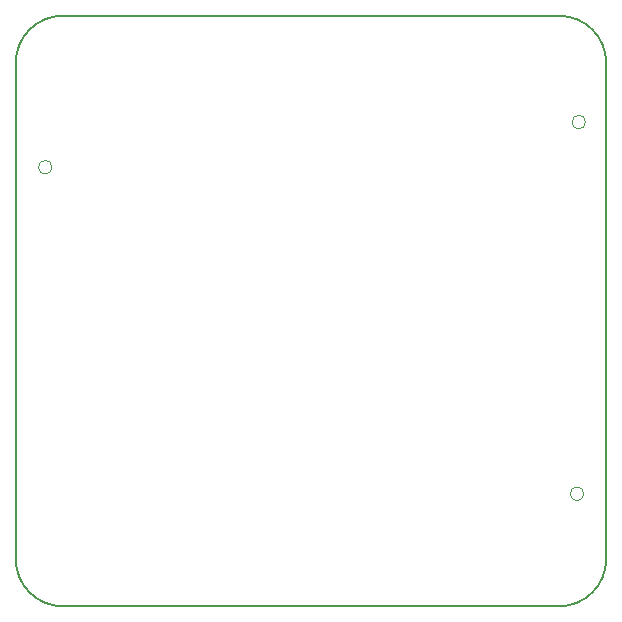
<source format=gbr>
%TF.GenerationSoftware,KiCad,Pcbnew,(5.1.9)-1*%
%TF.CreationDate,2021-11-15T23:12:41-03:00*%
%TF.ProjectId,RepeaterBoard,52657065-6174-4657-9242-6f6172642e6b,rev?*%
%TF.SameCoordinates,Original*%
%TF.FileFunction,Profile,NP*%
%FSLAX46Y46*%
G04 Gerber Fmt 4.6, Leading zero omitted, Abs format (unit mm)*
G04 Created by KiCad (PCBNEW (5.1.9)-1) date 2021-11-15 23:12:41*
%MOMM*%
%LPD*%
G01*
G04 APERTURE LIST*
%TA.AperFunction,Profile*%
%ADD10C,0.050000*%
%TD*%
%TA.AperFunction,Profile*%
%ADD11C,0.150000*%
%TD*%
G04 APERTURE END LIST*
D10*
X81100000Y-66475000D02*
G75*
G03*
X81100000Y-66475000I-576000J0D01*
G01*
X81250000Y-35000000D02*
G75*
G03*
X81250000Y-35000000I-576000J0D01*
G01*
X36076000Y-38824000D02*
G75*
G03*
X36076000Y-38824000I-576000J0D01*
G01*
D11*
X83000000Y-72000000D02*
G75*
G02*
X79000000Y-76000000I-4000000J0D01*
G01*
X37000000Y-76000000D02*
G75*
G02*
X33000000Y-72000000I0J4000000D01*
G01*
X33000000Y-30000000D02*
G75*
G02*
X37000000Y-26000000I4000000J0D01*
G01*
X79000000Y-26000000D02*
G75*
G02*
X83000000Y-30000000I0J-4000000D01*
G01*
X79000000Y-26000000D02*
X37000000Y-26000000D01*
X83000000Y-72000000D02*
X83000000Y-30000000D01*
X37000000Y-76000000D02*
X79000000Y-76000000D01*
X33000000Y-30000000D02*
X33000000Y-72000000D01*
M02*

</source>
